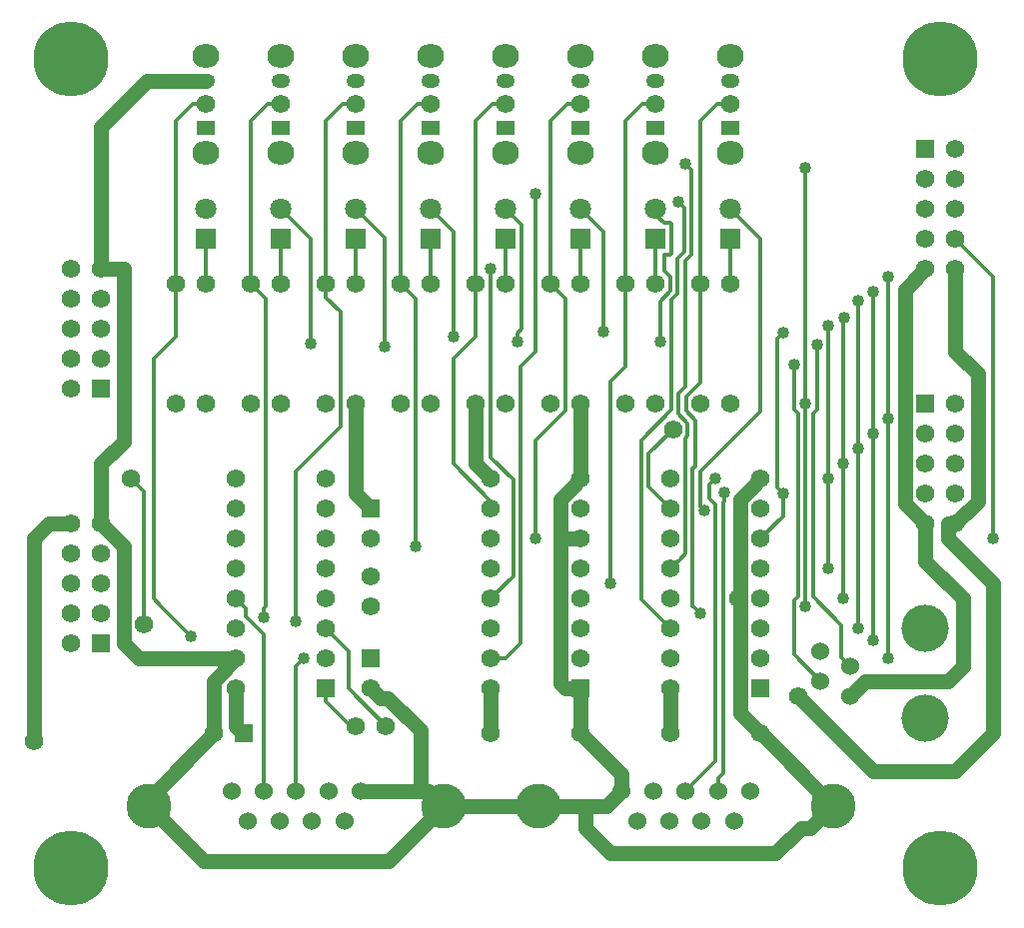
<source format=gbr>
G04 #@! TF.GenerationSoftware,KiCad,Pcbnew,(5.1.0-1546-g4fcfd266e)*
G04 #@! TF.CreationDate,2019-09-02T12:51:06-07:00*
G04 #@! TF.ProjectId,300-1005,3330302d-3130-4303-952e-6b696361645f,rev?*
G04 #@! TF.SameCoordinates,Original*
G04 #@! TF.FileFunction,Copper,L2,Bot*
G04 #@! TF.FilePolarity,Positive*
%FSLAX46Y46*%
G04 Gerber Fmt 4.6, Leading zero omitted, Abs format (unit mm)*
G04 Created by KiCad (PCBNEW (5.1.0-1546-g4fcfd266e)) date 2019-09-02 12:51:06*
%MOMM*%
%LPD*%
G04 APERTURE LIST*
%ADD10C,1.574800*%
%ADD11R,1.574800X1.574800*%
%ADD12O,2.286000X2.000000*%
%ADD13O,1.574800X1.200000*%
%ADD14R,1.574800X1.200000*%
%ADD15C,6.350000*%
%ADD16C,1.524000*%
%ADD17C,4.000000*%
%ADD18C,1.800000*%
%ADD19R,1.800000X1.800000*%
%ADD20C,3.810000*%
%ADD21C,1.016000*%
%ADD22C,0.304800*%
%ADD23C,1.270000*%
G04 APERTURE END LIST*
D10*
X156210000Y-62230000D03*
X148590000Y-62230000D03*
X156210000Y-64770000D03*
X148590000Y-64770000D03*
X156210000Y-67310000D03*
X148590000Y-67310000D03*
X156210000Y-69850000D03*
X148590000Y-69850000D03*
X156210000Y-72390000D03*
X148590000Y-72390000D03*
X156210000Y-74930000D03*
X148590000Y-74930000D03*
X156210000Y-77470000D03*
X148590000Y-77470000D03*
D11*
X156210000Y-80010000D03*
D10*
X148590000Y-80010000D03*
X171450000Y-62230000D03*
X163830000Y-62230000D03*
X171450000Y-64770000D03*
X163830000Y-64770000D03*
X171450000Y-67310000D03*
X163830000Y-67310000D03*
X171450000Y-69850000D03*
X163830000Y-69850000D03*
X171450000Y-72390000D03*
X163830000Y-72390000D03*
X171450000Y-74930000D03*
X163830000Y-74930000D03*
X171450000Y-77470000D03*
X163830000Y-77470000D03*
D11*
X171450000Y-80010000D03*
D10*
X163830000Y-80010000D03*
D12*
X168910000Y-26365200D03*
X168910000Y-34594800D03*
D13*
X168910000Y-28473400D03*
D10*
X168910000Y-30480000D03*
D14*
X168910000Y-32486600D03*
D12*
X162560000Y-26365200D03*
X162560000Y-34594800D03*
D13*
X162560000Y-28473400D03*
D10*
X162560000Y-30480000D03*
D14*
X162560000Y-32486600D03*
D12*
X156210000Y-26365200D03*
X156210000Y-34594800D03*
D13*
X156210000Y-28473400D03*
D10*
X156210000Y-30480000D03*
D14*
X156210000Y-32486600D03*
D12*
X149860000Y-26365200D03*
X149860000Y-34594800D03*
D13*
X149860000Y-28473400D03*
D10*
X149860000Y-30480000D03*
D14*
X149860000Y-32486600D03*
D12*
X143510000Y-26365200D03*
X143510000Y-34594800D03*
D13*
X143510000Y-28473400D03*
D10*
X143510000Y-30480000D03*
D14*
X143510000Y-32486600D03*
D12*
X137160000Y-26365200D03*
X137160000Y-34594800D03*
D13*
X137160000Y-28473400D03*
D10*
X137160000Y-30480000D03*
D14*
X137160000Y-32486600D03*
D12*
X130810000Y-26365200D03*
X130810000Y-34594800D03*
D13*
X130810000Y-28473400D03*
D10*
X130810000Y-30480000D03*
D14*
X130810000Y-32486600D03*
D12*
X124460000Y-26365200D03*
X124460000Y-34594800D03*
D13*
X124460000Y-28473400D03*
D10*
X124460000Y-30480000D03*
D14*
X124460000Y-32486600D03*
D10*
X166370000Y-55880000D03*
X166370000Y-45720000D03*
X160020000Y-55880000D03*
X160020000Y-45720000D03*
X153670000Y-55880000D03*
X153670000Y-45720000D03*
X147320000Y-55880000D03*
X147320000Y-45720000D03*
X140970000Y-55880000D03*
X140970000Y-45720000D03*
X134620000Y-55880000D03*
X134620000Y-45720000D03*
X128270000Y-55880000D03*
X128270000Y-45720000D03*
X121920000Y-55880000D03*
X121920000Y-45720000D03*
X168910000Y-55880000D03*
X168910000Y-45720000D03*
X162560000Y-55880000D03*
X162560000Y-45720000D03*
X156210000Y-55880000D03*
X156210000Y-45720000D03*
X149860000Y-55880000D03*
X149860000Y-45720000D03*
X143510000Y-55880000D03*
X143510000Y-45720000D03*
X137160000Y-55880000D03*
X137160000Y-45720000D03*
X130810000Y-55880000D03*
X130810000Y-45720000D03*
X124460000Y-55880000D03*
X124460000Y-45720000D03*
D15*
X113030000Y-95250000D03*
X186690000Y-26670000D03*
X186690000Y-95250000D03*
X113030000Y-26670000D03*
D10*
X187960000Y-66040000D03*
X185420000Y-66040000D03*
X187960000Y-63500000D03*
X185420000Y-63500000D03*
X187960000Y-60960000D03*
X185420000Y-60960000D03*
X187960000Y-58420000D03*
X185420000Y-58420000D03*
X187960000Y-55880000D03*
D11*
X185420000Y-55880000D03*
D10*
X187960000Y-44450000D03*
X185420000Y-44450000D03*
X187960000Y-41910000D03*
X185420000Y-41910000D03*
X187960000Y-39370000D03*
X185420000Y-39370000D03*
X187960000Y-36830000D03*
X185420000Y-36830000D03*
X187960000Y-34290000D03*
D11*
X185420000Y-34290000D03*
D16*
X179070000Y-80645000D03*
X176530000Y-79375000D03*
X179070000Y-78105000D03*
X176530000Y-76835000D03*
D17*
X185420000Y-74930000D03*
X185420000Y-82550000D03*
D18*
X168910000Y-39370000D03*
D19*
X168910000Y-41910000D03*
D18*
X162560000Y-39370000D03*
D19*
X162560000Y-41910000D03*
D18*
X156210000Y-39370000D03*
D19*
X156210000Y-41910000D03*
D18*
X149860000Y-39370000D03*
D19*
X149860000Y-41910000D03*
D18*
X143510000Y-39370000D03*
D19*
X143510000Y-41910000D03*
D18*
X137160000Y-39370000D03*
D19*
X137160000Y-41910000D03*
D18*
X130810000Y-39370000D03*
D19*
X130810000Y-41910000D03*
D18*
X124460000Y-39370000D03*
D19*
X124460000Y-41910000D03*
D10*
X156210000Y-83820000D03*
X148590000Y-83820000D03*
X171450000Y-83820000D03*
X163830000Y-83820000D03*
D11*
X127635000Y-83820000D03*
D10*
X125095000Y-83820000D03*
X134620000Y-62230000D03*
X127000000Y-62230000D03*
X134620000Y-64770000D03*
X127000000Y-64770000D03*
X134620000Y-67310000D03*
X127000000Y-67310000D03*
X134620000Y-69850000D03*
X127000000Y-69850000D03*
X134620000Y-72390000D03*
X127000000Y-72390000D03*
X134620000Y-74930000D03*
X127000000Y-74930000D03*
X134620000Y-77470000D03*
X127000000Y-77470000D03*
D11*
X134620000Y-80010000D03*
D10*
X127000000Y-80010000D03*
X113030000Y-66040000D03*
X115570000Y-66040000D03*
X113030000Y-68580000D03*
X115570000Y-68580000D03*
X113030000Y-71120000D03*
X115570000Y-71120000D03*
X113030000Y-73660000D03*
X115570000Y-73660000D03*
X113030000Y-76200000D03*
D11*
X115570000Y-76200000D03*
D10*
X113030000Y-44450000D03*
X115570000Y-44450000D03*
X113030000Y-46990000D03*
X115570000Y-46990000D03*
X113030000Y-49530000D03*
X115570000Y-49530000D03*
X113030000Y-52070000D03*
X115570000Y-52070000D03*
X113030000Y-54610000D03*
D11*
X115570000Y-54610000D03*
D20*
X152600000Y-89930000D03*
X177600000Y-89930000D03*
D16*
X160990000Y-91200000D03*
X163730000Y-91200000D03*
X166470000Y-91200000D03*
X169210000Y-91200000D03*
X159620000Y-88660000D03*
X162360000Y-88660000D03*
X165100000Y-88660000D03*
X167840000Y-88660000D03*
X170580000Y-88660000D03*
D20*
X119580000Y-89930000D03*
X144580000Y-89930000D03*
D16*
X127970000Y-91200000D03*
X130710000Y-91200000D03*
X133450000Y-91200000D03*
X136190000Y-91200000D03*
X126600000Y-88660000D03*
X129340000Y-88660000D03*
X132080000Y-88660000D03*
X134820000Y-88660000D03*
X137560000Y-88660000D03*
D11*
X138430000Y-77470000D03*
D10*
X138430000Y-80010000D03*
X138430000Y-70485000D03*
X138430000Y-73025000D03*
D11*
X138430000Y-64770000D03*
D10*
X138430000Y-67310000D03*
X139700000Y-83185000D03*
X137160000Y-83185000D03*
D21*
X129318655Y-73964790D03*
X132715000Y-77470000D03*
D10*
X164033941Y-58008217D03*
X174625000Y-80645000D03*
D21*
X175260000Y-35890179D03*
X162940968Y-50634113D03*
X164465000Y-38735000D03*
X148590000Y-44450000D03*
X191135000Y-67310000D03*
X150861602Y-50610313D03*
X152400000Y-38100000D03*
X166674820Y-64871267D03*
X165100000Y-35560000D03*
X168376024Y-63409575D03*
X167640000Y-62230000D03*
X166370000Y-73660000D03*
X158750000Y-71120000D03*
X152400000Y-67310000D03*
X123190000Y-75565000D03*
X132080000Y-74295000D03*
X142240000Y-67945000D03*
X174294790Y-52515313D03*
X176225210Y-50867022D03*
X182245000Y-45085000D03*
X158142475Y-49784043D03*
X139560437Y-51034577D03*
X133350000Y-50800000D03*
X179686944Y-47123912D03*
X180975000Y-46355000D03*
X178523684Y-48539422D03*
X145415000Y-50165000D03*
X177165000Y-49225210D03*
X173355000Y-49860210D03*
D10*
X169569545Y-72389991D03*
D21*
X175260000Y-73025000D03*
X175260000Y-55880000D03*
X180975000Y-75920589D03*
X182245000Y-77470000D03*
X182244987Y-57150000D03*
X180975000Y-58420000D03*
X179705000Y-74930000D03*
X179705000Y-59690000D03*
X178435000Y-72390000D03*
X178435000Y-60960000D03*
X177165000Y-69850000D03*
X177165000Y-62230000D03*
X173355000Y-63500000D03*
D10*
X119202210Y-74599720D03*
X109855000Y-84455000D03*
X118110000Y-62230000D03*
D22*
X149860000Y-77470000D02*
X151130000Y-76200000D01*
X148590000Y-77470000D02*
X149860000Y-77470000D01*
X151130000Y-76200000D02*
X151130000Y-52705000D01*
X151130000Y-52705000D02*
X152400000Y-51435000D01*
X152400000Y-51435000D02*
X152400000Y-38100000D01*
X129340000Y-88660000D02*
X129340000Y-75427990D01*
X129340000Y-75427990D02*
X127787399Y-73875389D01*
X127787399Y-73875389D02*
X127787399Y-73177399D01*
X127787399Y-73177399D02*
X127000000Y-72390000D01*
X129540000Y-73025025D02*
X129318655Y-73246370D01*
X129318655Y-73246370D02*
X129318655Y-73964790D01*
X129540000Y-46990000D02*
X129540000Y-73025025D01*
X128270000Y-45720000D02*
X129540000Y-46990000D01*
X132080000Y-78105000D02*
X132715000Y-77470000D01*
X132080000Y-88660000D02*
X132080000Y-78105000D01*
X165899743Y-57251753D02*
X165899743Y-61152357D01*
X165290134Y-57504264D02*
X165290134Y-58594036D01*
X165862001Y-73152001D02*
X166370000Y-73660000D01*
X166370000Y-45720000D02*
X166370000Y-54037990D01*
X165100000Y-35560000D02*
X165607999Y-36067999D01*
X165607999Y-36067999D02*
X165607999Y-43209203D01*
X161925000Y-62865000D02*
X161925000Y-60117158D01*
X165899743Y-61152357D02*
X165709610Y-61342490D01*
X165607999Y-43209203D02*
X165100000Y-43717202D01*
X164617399Y-69062601D02*
X163830000Y-69850000D01*
X165100000Y-43717202D02*
X165100000Y-54445870D01*
X165709610Y-72999610D02*
X165862001Y-73152001D01*
X165100000Y-54445870D02*
X164515788Y-55030082D01*
X161315390Y-72415390D02*
X161315390Y-58966620D01*
X165099999Y-58784171D02*
X165099999Y-68580001D01*
X166370000Y-54037990D02*
X165125399Y-55282591D01*
X165709610Y-61342490D02*
X165709610Y-72999610D01*
X165290134Y-58594036D02*
X165099999Y-58784171D01*
X161315390Y-58966620D02*
X163906178Y-56375832D01*
X164515789Y-56729919D02*
X165290134Y-57504264D01*
X164515788Y-55030082D02*
X164515789Y-56729919D01*
X163906178Y-56375832D02*
X163906178Y-47077952D01*
X165125399Y-55282591D02*
X165125399Y-56477409D01*
X164972999Y-42982083D02*
X164972999Y-39242999D01*
X164972999Y-39242999D02*
X164465000Y-38735000D01*
X164414212Y-43540870D02*
X164972999Y-42982083D01*
X165099999Y-68580001D02*
X164617399Y-69062601D01*
X165125399Y-56477409D02*
X165899743Y-57251753D01*
X164414212Y-46569918D02*
X164414212Y-43540870D01*
X163906178Y-47077952D02*
X164414212Y-46569918D01*
X163830000Y-74930000D02*
X161315390Y-72415390D01*
X163830000Y-64770000D02*
X161925000Y-62865000D01*
X161925000Y-60117158D02*
X164033941Y-58008217D01*
D23*
X187325000Y-79375000D02*
X180340000Y-79375000D01*
X180340000Y-79375000D02*
X179831999Y-79883001D01*
X179831999Y-79883001D02*
X179070000Y-80645000D01*
X188595000Y-78105000D02*
X187325000Y-79375000D01*
X188595000Y-72390000D02*
X188595000Y-78105000D01*
X185420000Y-69215000D02*
X188595000Y-72390000D01*
X185420000Y-66040000D02*
X185420000Y-69215000D01*
X187960000Y-86995000D02*
X180975000Y-86995000D01*
X187325000Y-66040000D02*
X187325000Y-67310000D01*
X191135000Y-83820000D02*
X187960000Y-86995000D01*
X180975000Y-86995000D02*
X174625000Y-80645000D01*
X191135000Y-71120000D02*
X191135000Y-83820000D01*
X187325000Y-67310000D02*
X191135000Y-71120000D01*
D22*
X175260000Y-55880000D02*
X175260000Y-35890179D01*
X162560000Y-39816232D02*
X163296567Y-40552799D01*
X163804601Y-45122591D02*
X163804601Y-46317409D01*
X163825761Y-40552799D02*
X163917201Y-40644239D01*
X163296567Y-40552799D02*
X163825761Y-40552799D01*
X162940968Y-47181042D02*
X162940968Y-50634113D01*
X162560000Y-39370000D02*
X162560000Y-39816232D01*
X163917201Y-40644239D02*
X163917201Y-43175761D01*
X163825761Y-43267201D02*
X163296567Y-43267201D01*
X163296567Y-44614557D02*
X163804601Y-45122591D01*
X163804601Y-46317409D02*
X162940968Y-47181042D01*
X163917201Y-43175761D02*
X163825761Y-43267201D01*
X163296567Y-43267201D02*
X163296567Y-44614557D01*
X150495000Y-62292990D02*
X150495000Y-70485000D01*
X150495000Y-70485000D02*
X148590000Y-72390000D01*
D23*
X147320000Y-56993551D02*
X147320000Y-55880000D01*
X147320000Y-60960000D02*
X147320000Y-56993551D01*
X148590000Y-62230000D02*
X147320000Y-60960000D01*
D22*
X148590000Y-44450000D02*
X148590000Y-60387990D01*
X148590000Y-60387990D02*
X150495000Y-62292990D01*
X191135000Y-45085000D02*
X191135000Y-67310000D01*
X189865000Y-43815000D02*
X191135000Y-45085000D01*
X188747399Y-42697399D02*
X189865000Y-43815000D01*
X187960000Y-41910000D02*
X188747399Y-42697399D01*
X153670000Y-45720000D02*
X154914601Y-46964601D01*
X152400000Y-58992010D02*
X152400000Y-66591580D01*
X151217201Y-40727201D02*
X151217201Y-49536294D01*
X149860000Y-39370000D02*
X151217201Y-40727201D01*
X152400000Y-66591580D02*
X152400000Y-67310000D01*
X154914601Y-46964601D02*
X154914601Y-56477409D01*
X154914601Y-56477409D02*
X152400000Y-58992010D01*
X151217201Y-49536294D02*
X150861602Y-49891893D01*
X150861602Y-49891893D02*
X150861602Y-50610313D01*
X171450000Y-41910000D02*
X171450000Y-56515000D01*
X166370000Y-61595000D02*
X166370000Y-64566447D01*
X167132001Y-62737999D02*
X167640000Y-62230000D01*
X168910000Y-39370000D02*
X171450000Y-41910000D01*
X167640021Y-64414086D02*
X167132001Y-63906066D01*
X167132001Y-63906066D02*
X167132001Y-62737999D01*
X167640021Y-86119979D02*
X167640021Y-64414086D01*
X165100000Y-88660000D02*
X167640021Y-86119979D01*
X171450000Y-56515000D02*
X166370000Y-61595000D01*
X166370000Y-64566447D02*
X166674820Y-64871267D01*
D23*
X169722799Y-63957201D02*
X170662601Y-63017399D01*
X169722799Y-82092799D02*
X169722799Y-63957201D01*
D22*
X167840000Y-87582370D02*
X168275000Y-87147370D01*
D23*
X171450000Y-83820000D02*
X169722799Y-82092799D01*
D22*
X168275000Y-64229019D02*
X168376024Y-64127995D01*
D23*
X170662601Y-63017399D02*
X171450000Y-62230000D01*
D22*
X168376024Y-64127995D02*
X168376024Y-63409575D01*
X168275000Y-87147370D02*
X168275000Y-64229019D01*
X167840000Y-88660000D02*
X167840000Y-87582370D01*
X158750000Y-53975000D02*
X158750000Y-71120000D01*
X160020000Y-52705000D02*
X158750000Y-53975000D01*
X160020000Y-45720000D02*
X160020000Y-52705000D01*
X120650000Y-73025000D02*
X123190000Y-75565000D01*
X120015000Y-72390000D02*
X120650000Y-73025000D01*
X120015000Y-59690000D02*
X120015000Y-72390000D01*
X120015000Y-52070000D02*
X120015000Y-59690000D01*
X121920000Y-50165000D02*
X120015000Y-52070000D01*
X121920000Y-45720000D02*
X121920000Y-50165000D01*
X132080000Y-61595000D02*
X132080000Y-74295000D01*
X135864601Y-57810399D02*
X132080000Y-61595000D01*
X134620000Y-46833551D02*
X135864601Y-48078152D01*
X134620000Y-45720000D02*
X134620000Y-46833551D01*
X135864601Y-48078152D02*
X135864601Y-57810399D01*
X142240000Y-46990000D02*
X142240000Y-55307990D01*
X140970000Y-45720000D02*
X142240000Y-46990000D01*
X142240000Y-55307990D02*
X142240000Y-67945000D01*
X145415000Y-52070000D02*
X147320000Y-50165000D01*
X147320000Y-50165000D02*
X147320000Y-45720000D01*
X148590000Y-64135000D02*
X145415000Y-60960000D01*
X145415000Y-60960000D02*
X145415000Y-52070000D01*
D23*
X115570000Y-32385000D02*
X119481600Y-28473400D01*
X119481600Y-28473400D02*
X124460000Y-28473400D01*
X115570000Y-44450000D02*
X115570000Y-32385000D01*
D22*
X174294790Y-56343288D02*
X174294790Y-53233733D01*
X176225210Y-56343288D02*
X176225210Y-51585442D01*
X178308001Y-74644501D02*
X175895000Y-72231500D01*
X177165000Y-62230000D02*
X177165000Y-61511580D01*
X175895000Y-72231500D02*
X175895000Y-56673498D01*
X175895000Y-56673498D02*
X176225210Y-56343288D01*
X174625000Y-56673498D02*
X174294790Y-56343288D01*
X176225210Y-51585442D02*
X176225210Y-50867022D01*
X174294798Y-77139798D02*
X174294798Y-72561702D01*
X177190411Y-61486169D02*
X177190411Y-49969041D01*
X177190411Y-49969041D02*
X177165000Y-49943630D01*
X177165000Y-61511580D02*
X177190411Y-61486169D01*
X178308001Y-77343001D02*
X178308001Y-74644501D01*
X176530000Y-79375000D02*
X174294798Y-77139798D01*
X173355000Y-63500000D02*
X172847001Y-62992001D01*
X172847001Y-50368209D02*
X173355000Y-49860210D01*
X172847001Y-62992001D02*
X172847001Y-50368209D01*
X177165000Y-49943630D02*
X177165000Y-49225210D01*
X174294798Y-72561702D02*
X174625000Y-72231500D01*
X174294790Y-53233733D02*
X174294790Y-52515313D01*
X174625000Y-72231500D02*
X174625000Y-56673498D01*
X179070000Y-78105000D02*
X178308001Y-77343001D01*
X182245000Y-45085000D02*
X182245000Y-57149987D01*
X182245000Y-57149987D02*
X182244987Y-57150000D01*
X156210000Y-39370000D02*
X158142475Y-41302475D01*
X158142475Y-41302475D02*
X158142475Y-49065623D01*
X158142475Y-49065623D02*
X158142475Y-49784043D01*
X137160000Y-39370000D02*
X139560437Y-41770437D01*
X139560437Y-50316157D02*
X139560437Y-51034577D01*
X139560437Y-41770437D02*
X139560437Y-50316157D01*
X133350000Y-41910000D02*
X133350000Y-50800000D01*
X132715000Y-41275000D02*
X133350000Y-41910000D01*
X130810000Y-39370000D02*
X132715000Y-41275000D01*
X180975000Y-46355000D02*
X180975000Y-58420000D01*
X179705000Y-59690000D02*
X179705000Y-47141968D01*
X179705000Y-47141968D02*
X179686944Y-47123912D01*
X178435000Y-48628106D02*
X178523684Y-48539422D01*
X178435000Y-60960000D02*
X178435000Y-48628106D01*
X145415000Y-41275000D02*
X145415000Y-50165000D01*
X143510000Y-39370000D02*
X145415000Y-41275000D01*
X175260000Y-55880000D02*
X175260000Y-73025000D01*
X180975000Y-58420000D02*
X180975000Y-75920589D01*
X182244987Y-77469987D02*
X182245000Y-77470000D01*
X182244987Y-57150000D02*
X182244987Y-77469987D01*
D23*
X185420000Y-44450000D02*
X183692799Y-46177201D01*
X183692799Y-46177201D02*
X183692799Y-64312799D01*
X184632601Y-65252601D02*
X185420000Y-66040000D01*
X183692799Y-64312799D02*
X184632601Y-65252601D01*
D22*
X179705000Y-59690000D02*
X179705000Y-74930000D01*
X178435000Y-60960000D02*
X178435000Y-72390000D01*
X177165000Y-62230000D02*
X177165000Y-69850000D01*
X173355000Y-63500000D02*
X173355000Y-65405000D01*
X173355000Y-65405000D02*
X171450000Y-67310000D01*
D23*
X187960000Y-51435000D02*
X187960000Y-44450000D01*
X189865000Y-53340000D02*
X187960000Y-51435000D01*
X189865000Y-64135000D02*
X189865000Y-53340000D01*
X187960000Y-66040000D02*
X189865000Y-64135000D01*
X117475000Y-44450000D02*
X117475000Y-59055000D01*
X115570000Y-44450000D02*
X117475000Y-44450000D01*
X117475000Y-59055000D02*
X115570000Y-60960000D01*
X115570000Y-60960000D02*
X115570000Y-66040000D01*
X163830000Y-83820000D02*
X163830000Y-80010000D01*
X156210000Y-62230000D02*
X156210000Y-55880000D01*
X117475000Y-76200000D02*
X118745000Y-77470000D01*
X118745000Y-77470000D02*
X127000000Y-77470000D01*
X117475000Y-67945000D02*
X117475000Y-76200000D01*
D22*
X118110000Y-62230000D02*
X119202210Y-63322210D01*
X119202210Y-73486169D02*
X119202210Y-74599720D01*
X119202210Y-63322210D02*
X119202210Y-73486169D01*
D23*
X115570000Y-66040000D02*
X117475000Y-67945000D01*
X109855000Y-67310000D02*
X109855000Y-84455000D01*
X111125000Y-66040000D02*
X109855000Y-67310000D01*
X113030000Y-66040000D02*
X111125000Y-66040000D01*
X124265000Y-94615000D02*
X139895000Y-94615000D01*
X139895000Y-94615000D02*
X144580000Y-89930000D01*
X119580000Y-89930000D02*
X124265000Y-94615000D01*
X119580000Y-89930000D02*
X119580000Y-89335000D01*
X119580000Y-89335000D02*
X125095000Y-83820000D01*
X156605000Y-89930000D02*
X158350000Y-89930000D01*
X152600000Y-89930000D02*
X156605000Y-89930000D01*
X158750000Y-93980000D02*
X156605000Y-91835000D01*
X156605000Y-91835000D02*
X156605000Y-89930000D01*
X172720000Y-93980000D02*
X158750000Y-93980000D01*
X174865001Y-91834999D02*
X172720000Y-93980000D01*
X177600000Y-89930000D02*
X175695001Y-91834999D01*
X175695001Y-91834999D02*
X174865001Y-91834999D01*
X171450000Y-83820000D02*
X171490000Y-83820000D01*
X171490000Y-83820000D02*
X177600000Y-89930000D01*
X158350000Y-89930000D02*
X159620000Y-88660000D01*
X142635000Y-88660000D02*
X143310000Y-88660000D01*
X137560000Y-88660000D02*
X142635000Y-88660000D01*
X138430000Y-80010000D02*
X139217399Y-80797399D01*
X139217399Y-80797399D02*
X139868657Y-80797399D01*
X139868657Y-80797399D02*
X142635000Y-83563742D01*
X142635000Y-83563742D02*
X142635000Y-88660000D01*
X143310000Y-88660000D02*
X144580000Y-89930000D01*
X152600000Y-89930000D02*
X144580000Y-89930000D01*
X159620000Y-88660000D02*
X159620000Y-87230000D01*
X159620000Y-87230000D02*
X156210000Y-83820000D01*
X154660598Y-67310000D02*
X154482799Y-67132201D01*
X154482799Y-67132201D02*
X154482799Y-63957201D01*
X154482799Y-63957201D02*
X155422601Y-63017399D01*
X155422601Y-63017399D02*
X156210000Y-62230000D01*
X154482799Y-67487799D02*
X154660598Y-67310000D01*
X154660598Y-67310000D02*
X156210000Y-67310000D01*
X154940000Y-80010000D02*
X154482799Y-79552799D01*
X154482799Y-79552799D02*
X154482799Y-67487799D01*
X156210000Y-80010000D02*
X154940000Y-80010000D01*
X148590000Y-83820000D02*
X148590000Y-80010000D01*
X156210000Y-83820000D02*
X156210000Y-80010000D01*
X137160000Y-55880000D02*
X137160000Y-63500000D01*
X137160000Y-63500000D02*
X138430000Y-64770000D01*
D22*
X136525000Y-76835000D02*
X136525000Y-80010000D01*
X136525000Y-80010000D02*
X139700000Y-83185000D01*
X134620000Y-74930000D02*
X136525000Y-76835000D01*
X134620000Y-80010000D02*
X134620000Y-81102200D01*
X134620000Y-81102200D02*
X136702800Y-83185000D01*
X136702800Y-83185000D02*
X137160000Y-83185000D01*
D23*
X125095000Y-83820000D02*
X125095000Y-79375000D01*
X125095000Y-79375000D02*
X127000000Y-77470000D01*
X127000000Y-80010000D02*
X127000000Y-83185000D01*
X127000000Y-83185000D02*
X127635000Y-83820000D01*
D22*
X162560000Y-30480000D02*
X161446449Y-30480000D01*
X161446449Y-30480000D02*
X160020000Y-31906449D01*
X160020000Y-31906449D02*
X160020000Y-44606449D01*
X160020000Y-44606449D02*
X160020000Y-45720000D01*
X156210000Y-30480000D02*
X155096449Y-30480000D01*
X155096449Y-30480000D02*
X153670000Y-31906449D01*
X153670000Y-31906449D02*
X153670000Y-44606449D01*
X153670000Y-44606449D02*
X153670000Y-45720000D01*
X149860000Y-30480000D02*
X148746449Y-30480000D01*
X148746449Y-30480000D02*
X147320000Y-31906449D01*
X147320000Y-31906449D02*
X147320000Y-44606449D01*
X147320000Y-44606449D02*
X147320000Y-45720000D01*
X143510000Y-30480000D02*
X142396449Y-30480000D01*
X142396449Y-30480000D02*
X140970000Y-31906449D01*
X140970000Y-31906449D02*
X140970000Y-44606449D01*
X140970000Y-44606449D02*
X140970000Y-45720000D01*
X137160000Y-30480000D02*
X136046449Y-30480000D01*
X136046449Y-30480000D02*
X134620000Y-31906449D01*
X134620000Y-31906449D02*
X134620000Y-44606449D01*
X134620000Y-44606449D02*
X134620000Y-45720000D01*
X130810000Y-30480000D02*
X129696449Y-30480000D01*
X129696449Y-30480000D02*
X128270000Y-31906449D01*
X128270000Y-31906449D02*
X128270000Y-44606449D01*
X128270000Y-44606449D02*
X128270000Y-45720000D01*
X123346449Y-30480000D02*
X121920000Y-31906449D01*
X124460000Y-30480000D02*
X123346449Y-30480000D01*
X121920000Y-31906449D02*
X121920000Y-45720000D01*
X168910000Y-30480000D02*
X167796449Y-30480000D01*
X167796449Y-30480000D02*
X166370000Y-31906449D01*
X166370000Y-31906449D02*
X166370000Y-44606449D01*
X166370000Y-44606449D02*
X166370000Y-45720000D01*
X168910000Y-41910000D02*
X168910000Y-45720000D01*
X162560000Y-41910000D02*
X162560000Y-45720000D01*
X156210000Y-41910000D02*
X156210000Y-43114800D01*
X156210000Y-43114800D02*
X156210000Y-45720000D01*
X149860000Y-41910000D02*
X149860000Y-43114800D01*
X149860000Y-43114800D02*
X149860000Y-45720000D01*
X143510000Y-41910000D02*
X143510000Y-43114800D01*
X143510000Y-43114800D02*
X143510000Y-45720000D01*
X137160000Y-41910000D02*
X137160000Y-45720000D01*
X130810000Y-41910000D02*
X130810000Y-45720000D01*
X124460000Y-41910000D02*
X124460000Y-43114800D01*
X124460000Y-43114800D02*
X124460000Y-45720000D01*
M02*

</source>
